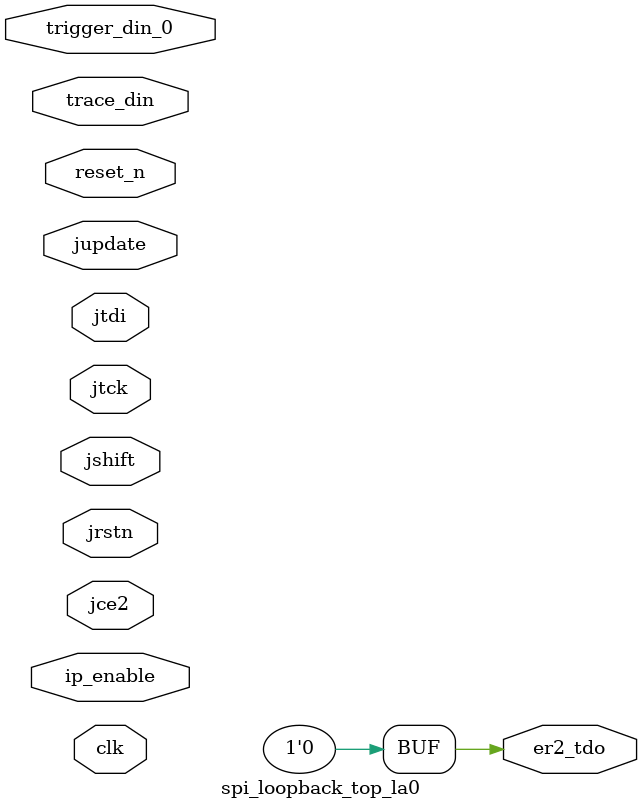
<source format=v>

/* WARNING - Changes to this file should be performed by re-running IPexpress
or modifying the .LPC file and regenerating the core.  Other changes may lead
to inconsistent simulation and/or implemenation results */

module spi_loopback_top_la0 (
    clk,
    reset_n,
    jtck,
    jrstn,
    jce2,
    jtdi,
    er2_tdo,
    jshift,
    jupdate,
    trigger_din_0,
    trace_din,
    ip_enable
);

// PARAMETERS DEFINED BY USER
localparam NUM_TRACE_SIGNALS   = 71;
localparam NUM_TRIGGER_SIGNALS = 1;
localparam INCLUDE_TRIG_DATA   = 0;
localparam NUM_TU_BITS_0       = 1;

input  clk;
input  reset_n;
input  jtck;
input  jrstn;
input  jce2;
input  jtdi;
output er2_tdo;
input  jshift;
input  jupdate;
input  [NUM_TU_BITS_0 -1:0] trigger_din_0;
input  [NUM_TRACE_SIGNALS + (NUM_TRIGGER_SIGNALS * INCLUDE_TRIG_DATA) -1:0] trace_din;
input  ip_enable;

assign er2_tdo = 1'b0;

endmodule

</source>
